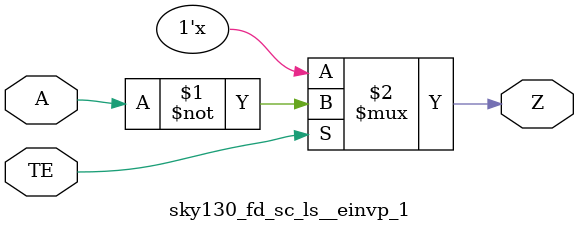
<source format=v>
/*
 * Copyright 2020 The SkyWater PDK Authors
 *
 * Licensed under the Apache License, Version 2.0 (the "License");
 * you may not use this file except in compliance with the License.
 * You may obtain a copy of the License at
 *
 *     https://www.apache.org/licenses/LICENSE-2.0
 *
 * Unless required by applicable law or agreed to in writing, software
 * distributed under the License is distributed on an "AS IS" BASIS,
 * WITHOUT WARRANTIES OR CONDITIONS OF ANY KIND, either express or implied.
 * See the License for the specific language governing permissions and
 * limitations under the License.
 *
 * SPDX-License-Identifier: Apache-2.0
*/


`ifndef SKY130_FD_SC_LS__EINVP_1_FUNCTIONAL_V
`define SKY130_FD_SC_LS__EINVP_1_FUNCTIONAL_V

/**
 * einvp: Tri-state inverter, positive enable.
 *
 * Verilog simulation functional model.
 */

`timescale 1ns / 1ps
`default_nettype none

`celldefine
module sky130_fd_sc_ls__einvp_1 (
    Z ,
    A ,
    TE
);

    // Module ports
    output Z ;
    input  A ;
    input  TE;

    //     Name     Output  Other arguments
    notif1 notif10 (Z     , A, TE          );

endmodule
`endcelldefine

`default_nettype wire
`endif  // SKY130_FD_SC_LS__EINVP_1_FUNCTIONAL_V

</source>
